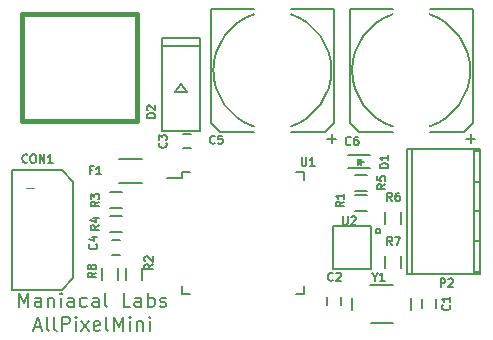
<source format=gbr>
G04 #@! TF.FileFunction,Legend,Top*
%FSLAX46Y46*%
G04 Gerber Fmt 4.6, Leading zero omitted, Abs format (unit mm)*
G04 Created by KiCad (PCBNEW 4.0.4-stable) date 03/14/17 06:36:14*
%MOMM*%
%LPD*%
G01*
G04 APERTURE LIST*
%ADD10C,0.100000*%
%ADD11C,0.200000*%
%ADD12C,0.150000*%
%ADD13C,0.127000*%
%ADD14C,0.007620*%
%ADD15C,0.381000*%
%ADD16C,0.152400*%
G04 APERTURE END LIST*
D10*
D11*
X24800000Y-48042857D02*
X24800000Y-46842857D01*
X25200000Y-47700000D01*
X25600000Y-46842857D01*
X25600000Y-48042857D01*
X26685715Y-48042857D02*
X26685715Y-47414286D01*
X26628572Y-47300000D01*
X26514286Y-47242857D01*
X26285715Y-47242857D01*
X26171429Y-47300000D01*
X26685715Y-47985714D02*
X26571429Y-48042857D01*
X26285715Y-48042857D01*
X26171429Y-47985714D01*
X26114286Y-47871429D01*
X26114286Y-47757143D01*
X26171429Y-47642857D01*
X26285715Y-47585714D01*
X26571429Y-47585714D01*
X26685715Y-47528571D01*
X27257143Y-47242857D02*
X27257143Y-48042857D01*
X27257143Y-47357143D02*
X27314286Y-47300000D01*
X27428572Y-47242857D01*
X27600000Y-47242857D01*
X27714286Y-47300000D01*
X27771429Y-47414286D01*
X27771429Y-48042857D01*
X28342857Y-48042857D02*
X28342857Y-47242857D01*
X28342857Y-46842857D02*
X28285714Y-46900000D01*
X28342857Y-46957143D01*
X28400000Y-46900000D01*
X28342857Y-46842857D01*
X28342857Y-46957143D01*
X29428572Y-48042857D02*
X29428572Y-47414286D01*
X29371429Y-47300000D01*
X29257143Y-47242857D01*
X29028572Y-47242857D01*
X28914286Y-47300000D01*
X29428572Y-47985714D02*
X29314286Y-48042857D01*
X29028572Y-48042857D01*
X28914286Y-47985714D01*
X28857143Y-47871429D01*
X28857143Y-47757143D01*
X28914286Y-47642857D01*
X29028572Y-47585714D01*
X29314286Y-47585714D01*
X29428572Y-47528571D01*
X30514286Y-47985714D02*
X30400000Y-48042857D01*
X30171429Y-48042857D01*
X30057143Y-47985714D01*
X30000000Y-47928571D01*
X29942857Y-47814286D01*
X29942857Y-47471429D01*
X30000000Y-47357143D01*
X30057143Y-47300000D01*
X30171429Y-47242857D01*
X30400000Y-47242857D01*
X30514286Y-47300000D01*
X31542857Y-48042857D02*
X31542857Y-47414286D01*
X31485714Y-47300000D01*
X31371428Y-47242857D01*
X31142857Y-47242857D01*
X31028571Y-47300000D01*
X31542857Y-47985714D02*
X31428571Y-48042857D01*
X31142857Y-48042857D01*
X31028571Y-47985714D01*
X30971428Y-47871429D01*
X30971428Y-47757143D01*
X31028571Y-47642857D01*
X31142857Y-47585714D01*
X31428571Y-47585714D01*
X31542857Y-47528571D01*
X32285714Y-48042857D02*
X32171428Y-47985714D01*
X32114285Y-47871429D01*
X32114285Y-46842857D01*
X34228571Y-48042857D02*
X33657142Y-48042857D01*
X33657142Y-46842857D01*
X35142857Y-48042857D02*
X35142857Y-47414286D01*
X35085714Y-47300000D01*
X34971428Y-47242857D01*
X34742857Y-47242857D01*
X34628571Y-47300000D01*
X35142857Y-47985714D02*
X35028571Y-48042857D01*
X34742857Y-48042857D01*
X34628571Y-47985714D01*
X34571428Y-47871429D01*
X34571428Y-47757143D01*
X34628571Y-47642857D01*
X34742857Y-47585714D01*
X35028571Y-47585714D01*
X35142857Y-47528571D01*
X35714285Y-48042857D02*
X35714285Y-46842857D01*
X35714285Y-47300000D02*
X35828571Y-47242857D01*
X36057142Y-47242857D01*
X36171428Y-47300000D01*
X36228571Y-47357143D01*
X36285714Y-47471429D01*
X36285714Y-47814286D01*
X36228571Y-47928571D01*
X36171428Y-47985714D01*
X36057142Y-48042857D01*
X35828571Y-48042857D01*
X35714285Y-47985714D01*
X36742856Y-47985714D02*
X36857142Y-48042857D01*
X37085714Y-48042857D01*
X37199999Y-47985714D01*
X37257142Y-47871429D01*
X37257142Y-47814286D01*
X37199999Y-47700000D01*
X37085714Y-47642857D01*
X36914285Y-47642857D01*
X36799999Y-47585714D01*
X36742856Y-47471429D01*
X36742856Y-47414286D01*
X36799999Y-47300000D01*
X36914285Y-47242857D01*
X37085714Y-47242857D01*
X37199999Y-47300000D01*
X26085714Y-49700000D02*
X26657143Y-49700000D01*
X25971429Y-50042857D02*
X26371429Y-48842857D01*
X26771429Y-50042857D01*
X27342857Y-50042857D02*
X27228571Y-49985714D01*
X27171428Y-49871429D01*
X27171428Y-48842857D01*
X27971428Y-50042857D02*
X27857142Y-49985714D01*
X27799999Y-49871429D01*
X27799999Y-48842857D01*
X28428570Y-50042857D02*
X28428570Y-48842857D01*
X28885713Y-48842857D01*
X28999999Y-48900000D01*
X29057142Y-48957143D01*
X29114285Y-49071429D01*
X29114285Y-49242857D01*
X29057142Y-49357143D01*
X28999999Y-49414286D01*
X28885713Y-49471429D01*
X28428570Y-49471429D01*
X29628570Y-50042857D02*
X29628570Y-49242857D01*
X29628570Y-48842857D02*
X29571427Y-48900000D01*
X29628570Y-48957143D01*
X29685713Y-48900000D01*
X29628570Y-48842857D01*
X29628570Y-48957143D01*
X30085714Y-50042857D02*
X30714285Y-49242857D01*
X30085714Y-49242857D02*
X30714285Y-50042857D01*
X31628571Y-49985714D02*
X31514285Y-50042857D01*
X31285714Y-50042857D01*
X31171428Y-49985714D01*
X31114285Y-49871429D01*
X31114285Y-49414286D01*
X31171428Y-49300000D01*
X31285714Y-49242857D01*
X31514285Y-49242857D01*
X31628571Y-49300000D01*
X31685714Y-49414286D01*
X31685714Y-49528571D01*
X31114285Y-49642857D01*
X32371428Y-50042857D02*
X32257142Y-49985714D01*
X32199999Y-49871429D01*
X32199999Y-48842857D01*
X32828570Y-50042857D02*
X32828570Y-48842857D01*
X33228570Y-49700000D01*
X33628570Y-48842857D01*
X33628570Y-50042857D01*
X34199999Y-50042857D02*
X34199999Y-49242857D01*
X34199999Y-48842857D02*
X34142856Y-48900000D01*
X34199999Y-48957143D01*
X34257142Y-48900000D01*
X34199999Y-48842857D01*
X34199999Y-48957143D01*
X34771428Y-49242857D02*
X34771428Y-50042857D01*
X34771428Y-49357143D02*
X34828571Y-49300000D01*
X34942857Y-49242857D01*
X35114285Y-49242857D01*
X35228571Y-49300000D01*
X35285714Y-49414286D01*
X35285714Y-50042857D01*
X35857142Y-50042857D02*
X35857142Y-49242857D01*
X35857142Y-48842857D02*
X35799999Y-48900000D01*
X35857142Y-48957143D01*
X35914285Y-48900000D01*
X35857142Y-48842857D01*
X35857142Y-48957143D01*
D12*
X56500000Y-46150000D02*
X54500000Y-46150000D01*
X53000000Y-48250000D02*
X53000000Y-47250000D01*
X58000000Y-48250000D02*
X58000000Y-47250000D01*
X56500000Y-49350000D02*
X54600000Y-49350000D01*
X38650000Y-33400000D02*
X39350000Y-33400000D01*
X39350000Y-34600000D02*
X38650000Y-34600000D01*
X50900000Y-47850000D02*
X50900000Y-47150000D01*
X52100000Y-47150000D02*
X52100000Y-47850000D01*
X53555000Y-33207000D02*
X56437900Y-33207000D01*
X62445000Y-33207000D02*
X59562100Y-33207000D01*
X63207000Y-22793000D02*
X59562100Y-22793000D01*
X52793000Y-22793000D02*
X56437900Y-22793000D01*
X59562100Y-32749800D02*
G75*
G03X59562100Y-23250200I-1562100J4749800D01*
G01*
X56437900Y-23250200D02*
G75*
G03X56437900Y-32749800I1562100J-4749800D01*
G01*
X63207000Y-22793000D02*
X63207000Y-32445000D01*
X63207000Y-32445000D02*
X62445000Y-33207000D01*
X53555000Y-33207000D02*
X52793000Y-32445000D01*
X52793000Y-32445000D02*
X52793000Y-22793000D01*
X58900000Y-48100000D02*
X58900000Y-47400000D01*
X60100000Y-47400000D02*
X60100000Y-48100000D01*
X33350000Y-43600000D02*
X32650000Y-43600000D01*
X32650000Y-42400000D02*
X33350000Y-42400000D01*
X41805000Y-33207000D02*
X44687900Y-33207000D01*
X50695000Y-33207000D02*
X47812100Y-33207000D01*
X51457000Y-22793000D02*
X47812100Y-22793000D01*
X41043000Y-22793000D02*
X44687900Y-22793000D01*
X47812100Y-32749800D02*
G75*
G03X47812100Y-23250200I-1562100J4749800D01*
G01*
X44687900Y-23250200D02*
G75*
G03X44687900Y-32749800I1562100J-4749800D01*
G01*
X51457000Y-22793000D02*
X51457000Y-32445000D01*
X51457000Y-32445000D02*
X50695000Y-33207000D01*
X41805000Y-33207000D02*
X41043000Y-32445000D01*
X41043000Y-32445000D02*
X41043000Y-22793000D01*
D13*
X24245040Y-36420000D02*
X24245040Y-46580000D01*
X24245040Y-36420000D02*
X28397940Y-36420000D01*
X28397940Y-36420000D02*
X29398700Y-37420760D01*
X29398700Y-37420760D02*
X29398700Y-45579240D01*
X29398700Y-45579240D02*
X28397940Y-46580000D01*
X28397940Y-46580000D02*
X24245040Y-46580000D01*
D14*
X26050980Y-37951620D02*
X25352480Y-37951620D01*
D15*
X25049500Y-23249120D02*
X25049500Y-32250880D01*
X25049380Y-32250880D02*
X34750240Y-32250880D01*
X34750240Y-32250880D02*
X34750240Y-23249120D01*
X34750240Y-23249120D02*
X25049380Y-23249120D01*
D12*
X52650000Y-36300000D02*
X54550000Y-36300000D01*
X52650000Y-35200000D02*
X54550000Y-35200000D01*
X53550000Y-35750000D02*
X54000000Y-35750000D01*
X53500000Y-35500000D02*
X53500000Y-36000000D01*
X53500000Y-35750000D02*
X53750000Y-35500000D01*
X53750000Y-35500000D02*
X53750000Y-36000000D01*
X53750000Y-36000000D02*
X53500000Y-35750000D01*
X57651200Y-34639020D02*
X57651200Y-45240980D01*
X58049980Y-45240980D02*
X58049980Y-34639020D01*
X63350960Y-45240980D02*
X63350960Y-34639020D01*
X63848800Y-34639020D02*
X63848800Y-45240980D01*
X63350960Y-37443180D02*
X63848800Y-37443180D01*
X63350960Y-39940000D02*
X63848800Y-39940000D01*
X63848800Y-45037780D02*
X63350960Y-45037780D01*
X63350960Y-34839680D02*
X63848800Y-34839680D01*
X63848800Y-42436820D02*
X63350960Y-42436820D01*
X63848800Y-34641560D02*
X57651200Y-34641560D01*
X57651200Y-45235900D02*
X63848800Y-45235900D01*
X33250000Y-37525000D02*
X35250000Y-37525000D01*
X35250000Y-35475000D02*
X33250000Y-35475000D01*
D13*
X54597660Y-41201680D02*
X51402340Y-41201680D01*
X51402340Y-41201680D02*
X51402340Y-44798320D01*
X51402340Y-44798320D02*
X54597660Y-44798320D01*
X54597660Y-44798320D02*
X54597660Y-41201680D01*
X55199640Y-41402340D02*
X55250440Y-41407420D01*
X55250440Y-41407420D02*
X55298700Y-41427740D01*
X55298700Y-41427740D02*
X55339340Y-41460760D01*
X55339340Y-41460760D02*
X55372360Y-41501400D01*
X55372360Y-41501400D02*
X55392680Y-41549660D01*
X55392680Y-41549660D02*
X55397760Y-41600460D01*
X55397760Y-41600460D02*
X55392680Y-41653800D01*
X55392680Y-41653800D02*
X55372360Y-41702060D01*
X55372360Y-41702060D02*
X55339340Y-41742700D01*
X55339340Y-41742700D02*
X55298700Y-41775720D01*
X55298700Y-41775720D02*
X55250440Y-41793500D01*
X55250440Y-41793500D02*
X55199640Y-41801120D01*
X55199640Y-41801120D02*
X55146300Y-41793500D01*
X55146300Y-41793500D02*
X55098040Y-41775720D01*
X55098040Y-41775720D02*
X55057400Y-41742700D01*
X55057400Y-41742700D02*
X55024380Y-41702060D01*
X55024380Y-41702060D02*
X55006600Y-41653800D01*
X55006600Y-41653800D02*
X54998980Y-41600460D01*
X54998980Y-41600460D02*
X55006600Y-41549660D01*
X55006600Y-41549660D02*
X55024380Y-41501400D01*
X55024380Y-41501400D02*
X55057400Y-41460760D01*
X55057400Y-41460760D02*
X55098040Y-41427740D01*
X55098040Y-41427740D02*
X55146300Y-41407420D01*
X55146300Y-41407420D02*
X55199640Y-41402340D01*
X40097660Y-25900820D02*
X40097660Y-33099180D01*
X40097660Y-33099180D02*
X36902340Y-33099180D01*
X36902340Y-33099180D02*
X36902340Y-25900820D01*
X36902340Y-25900820D02*
X40097660Y-25900820D01*
X38500000Y-29152020D02*
X38997840Y-29847980D01*
X38997840Y-29847980D02*
X38002160Y-29847980D01*
X38002160Y-29847980D02*
X38500000Y-29152020D01*
X40097660Y-25301380D02*
X40097660Y-25900820D01*
X40097660Y-25900820D02*
X36902340Y-25900820D01*
X36902340Y-25900820D02*
X36902340Y-25301380D01*
X36902340Y-25301380D02*
X40097660Y-25301380D01*
D12*
X38575000Y-36575000D02*
X38575000Y-37150000D01*
X48925000Y-36575000D02*
X48925000Y-37250000D01*
X48925000Y-46925000D02*
X48925000Y-46250000D01*
X38575000Y-46925000D02*
X38575000Y-46250000D01*
X38575000Y-36575000D02*
X39250000Y-36575000D01*
X38575000Y-46925000D02*
X39250000Y-46925000D01*
X48925000Y-46925000D02*
X48250000Y-46925000D01*
X48925000Y-36575000D02*
X48250000Y-36575000D01*
X38575000Y-37150000D02*
X37300000Y-37150000D01*
X53250000Y-38575000D02*
X54250000Y-38575000D01*
X54250000Y-39925000D02*
X53250000Y-39925000D01*
X35175000Y-44750000D02*
X35175000Y-45750000D01*
X33825000Y-45750000D02*
X33825000Y-44750000D01*
X33500000Y-39675000D02*
X32500000Y-39675000D01*
X32500000Y-38325000D02*
X33500000Y-38325000D01*
X33500000Y-41675000D02*
X32500000Y-41675000D01*
X32500000Y-40325000D02*
X33500000Y-40325000D01*
X53250000Y-36825000D02*
X54250000Y-36825000D01*
X54250000Y-38175000D02*
X53250000Y-38175000D01*
X55825000Y-41000000D02*
X55825000Y-40000000D01*
X57175000Y-40000000D02*
X57175000Y-41000000D01*
X55825000Y-44750000D02*
X55825000Y-43750000D01*
X57175000Y-43750000D02*
X57175000Y-44750000D01*
X31825000Y-45750000D02*
X31825000Y-44750000D01*
X33175000Y-44750000D02*
X33175000Y-45750000D01*
X54916667Y-45483333D02*
X54916667Y-45816667D01*
X54683334Y-45116667D02*
X54916667Y-45483333D01*
X55150000Y-45116667D01*
X55750000Y-45816667D02*
X55350000Y-45816667D01*
X55550000Y-45816667D02*
X55550000Y-45116667D01*
X55483334Y-45216667D01*
X55416667Y-45283333D01*
X55350000Y-45316667D01*
X37250000Y-34116666D02*
X37283333Y-34150000D01*
X37316667Y-34250000D01*
X37316667Y-34316666D01*
X37283333Y-34416666D01*
X37216667Y-34483333D01*
X37150000Y-34516666D01*
X37016667Y-34550000D01*
X36916667Y-34550000D01*
X36783333Y-34516666D01*
X36716667Y-34483333D01*
X36650000Y-34416666D01*
X36616667Y-34316666D01*
X36616667Y-34250000D01*
X36650000Y-34150000D01*
X36683333Y-34116666D01*
X36616667Y-33883333D02*
X36616667Y-33450000D01*
X36883333Y-33683333D01*
X36883333Y-33583333D01*
X36916667Y-33516666D01*
X36950000Y-33483333D01*
X37016667Y-33450000D01*
X37183333Y-33450000D01*
X37250000Y-33483333D01*
X37283333Y-33516666D01*
X37316667Y-33583333D01*
X37316667Y-33783333D01*
X37283333Y-33850000D01*
X37250000Y-33883333D01*
X51383334Y-45750000D02*
X51350000Y-45783333D01*
X51250000Y-45816667D01*
X51183334Y-45816667D01*
X51083334Y-45783333D01*
X51016667Y-45716667D01*
X50983334Y-45650000D01*
X50950000Y-45516667D01*
X50950000Y-45416667D01*
X50983334Y-45283333D01*
X51016667Y-45216667D01*
X51083334Y-45150000D01*
X51183334Y-45116667D01*
X51250000Y-45116667D01*
X51350000Y-45150000D01*
X51383334Y-45183333D01*
X51650000Y-45183333D02*
X51683334Y-45150000D01*
X51750000Y-45116667D01*
X51916667Y-45116667D01*
X51983334Y-45150000D01*
X52016667Y-45183333D01*
X52050000Y-45250000D01*
X52050000Y-45316667D01*
X52016667Y-45416667D01*
X51616667Y-45816667D01*
X52050000Y-45816667D01*
X52883334Y-34250000D02*
X52850000Y-34283333D01*
X52750000Y-34316667D01*
X52683334Y-34316667D01*
X52583334Y-34283333D01*
X52516667Y-34216667D01*
X52483334Y-34150000D01*
X52450000Y-34016667D01*
X52450000Y-33916667D01*
X52483334Y-33783333D01*
X52516667Y-33716667D01*
X52583334Y-33650000D01*
X52683334Y-33616667D01*
X52750000Y-33616667D01*
X52850000Y-33650000D01*
X52883334Y-33683333D01*
X53483334Y-33616667D02*
X53350000Y-33616667D01*
X53283334Y-33650000D01*
X53250000Y-33683333D01*
X53183334Y-33783333D01*
X53150000Y-33916667D01*
X53150000Y-34183333D01*
X53183334Y-34250000D01*
X53216667Y-34283333D01*
X53283334Y-34316667D01*
X53416667Y-34316667D01*
X53483334Y-34283333D01*
X53516667Y-34250000D01*
X53550000Y-34183333D01*
X53550000Y-34016667D01*
X53516667Y-33950000D01*
X53483334Y-33916667D01*
X53416667Y-33883333D01*
X53283334Y-33883333D01*
X53216667Y-33916667D01*
X53183334Y-33950000D01*
X53150000Y-34016667D01*
X63037129Y-34159452D02*
X63037129Y-33397547D01*
X63418081Y-33778499D02*
X62656176Y-33778499D01*
X61250000Y-47866666D02*
X61283333Y-47900000D01*
X61316667Y-48000000D01*
X61316667Y-48066666D01*
X61283333Y-48166666D01*
X61216667Y-48233333D01*
X61150000Y-48266666D01*
X61016667Y-48300000D01*
X60916667Y-48300000D01*
X60783333Y-48266666D01*
X60716667Y-48233333D01*
X60650000Y-48166666D01*
X60616667Y-48066666D01*
X60616667Y-48000000D01*
X60650000Y-47900000D01*
X60683333Y-47866666D01*
X61316667Y-47200000D02*
X61316667Y-47600000D01*
X61316667Y-47400000D02*
X60616667Y-47400000D01*
X60716667Y-47466666D01*
X60783333Y-47533333D01*
X60816667Y-47600000D01*
X31350000Y-42716666D02*
X31383333Y-42750000D01*
X31416667Y-42850000D01*
X31416667Y-42916666D01*
X31383333Y-43016666D01*
X31316667Y-43083333D01*
X31250000Y-43116666D01*
X31116667Y-43150000D01*
X31016667Y-43150000D01*
X30883333Y-43116666D01*
X30816667Y-43083333D01*
X30750000Y-43016666D01*
X30716667Y-42916666D01*
X30716667Y-42850000D01*
X30750000Y-42750000D01*
X30783333Y-42716666D01*
X30950000Y-42116666D02*
X31416667Y-42116666D01*
X30683333Y-42283333D02*
X31183333Y-42450000D01*
X31183333Y-42016666D01*
X41383334Y-34150000D02*
X41350000Y-34183333D01*
X41250000Y-34216667D01*
X41183334Y-34216667D01*
X41083334Y-34183333D01*
X41016667Y-34116667D01*
X40983334Y-34050000D01*
X40950000Y-33916667D01*
X40950000Y-33816667D01*
X40983334Y-33683333D01*
X41016667Y-33616667D01*
X41083334Y-33550000D01*
X41183334Y-33516667D01*
X41250000Y-33516667D01*
X41350000Y-33550000D01*
X41383334Y-33583333D01*
X42016667Y-33516667D02*
X41683334Y-33516667D01*
X41650000Y-33850000D01*
X41683334Y-33816667D01*
X41750000Y-33783333D01*
X41916667Y-33783333D01*
X41983334Y-33816667D01*
X42016667Y-33850000D01*
X42050000Y-33916667D01*
X42050000Y-34083333D01*
X42016667Y-34150000D01*
X41983334Y-34183333D01*
X41916667Y-34216667D01*
X41750000Y-34216667D01*
X41683334Y-34183333D01*
X41650000Y-34150000D01*
X51287129Y-34159452D02*
X51287129Y-33397547D01*
X51668081Y-33778499D02*
X50906176Y-33778499D01*
D16*
X25500001Y-35750000D02*
X25466667Y-35783333D01*
X25366667Y-35816667D01*
X25300001Y-35816667D01*
X25200001Y-35783333D01*
X25133334Y-35716667D01*
X25100001Y-35650000D01*
X25066667Y-35516667D01*
X25066667Y-35416667D01*
X25100001Y-35283333D01*
X25133334Y-35216667D01*
X25200001Y-35150000D01*
X25300001Y-35116667D01*
X25366667Y-35116667D01*
X25466667Y-35150000D01*
X25500001Y-35183333D01*
X25933334Y-35116667D02*
X26066667Y-35116667D01*
X26133334Y-35150000D01*
X26200001Y-35216667D01*
X26233334Y-35350000D01*
X26233334Y-35583333D01*
X26200001Y-35716667D01*
X26133334Y-35783333D01*
X26066667Y-35816667D01*
X25933334Y-35816667D01*
X25866667Y-35783333D01*
X25800001Y-35716667D01*
X25766667Y-35583333D01*
X25766667Y-35350000D01*
X25800001Y-35216667D01*
X25866667Y-35150000D01*
X25933334Y-35116667D01*
X26533334Y-35816667D02*
X26533334Y-35116667D01*
X26933334Y-35816667D01*
X26933334Y-35116667D01*
X27633333Y-35816667D02*
X27233333Y-35816667D01*
X27433333Y-35816667D02*
X27433333Y-35116667D01*
X27366667Y-35216667D01*
X27300000Y-35283333D01*
X27233333Y-35316667D01*
D12*
X56066667Y-36266666D02*
X55366667Y-36266666D01*
X55366667Y-36100000D01*
X55400000Y-36000000D01*
X55466667Y-35933333D01*
X55533333Y-35900000D01*
X55666667Y-35866666D01*
X55766667Y-35866666D01*
X55900000Y-35900000D01*
X55966667Y-35933333D01*
X56033333Y-36000000D01*
X56066667Y-36100000D01*
X56066667Y-36266666D01*
X56066667Y-35200000D02*
X56066667Y-35600000D01*
X56066667Y-35400000D02*
X55366667Y-35400000D01*
X55466667Y-35466666D01*
X55533333Y-35533333D01*
X55566667Y-35600000D01*
X60483334Y-46316667D02*
X60483334Y-45616667D01*
X60750000Y-45616667D01*
X60816667Y-45650000D01*
X60850000Y-45683333D01*
X60883334Y-45750000D01*
X60883334Y-45850000D01*
X60850000Y-45916667D01*
X60816667Y-45950000D01*
X60750000Y-45983333D01*
X60483334Y-45983333D01*
X61150000Y-45683333D02*
X61183334Y-45650000D01*
X61250000Y-45616667D01*
X61416667Y-45616667D01*
X61483334Y-45650000D01*
X61516667Y-45683333D01*
X61550000Y-45750000D01*
X61550000Y-45816667D01*
X61516667Y-45916667D01*
X61116667Y-46316667D01*
X61550000Y-46316667D01*
X31016667Y-36450000D02*
X30783334Y-36450000D01*
X30783334Y-36816667D02*
X30783334Y-36116667D01*
X31116667Y-36116667D01*
X31750000Y-36816667D02*
X31350000Y-36816667D01*
X31550000Y-36816667D02*
X31550000Y-36116667D01*
X31483334Y-36216667D01*
X31416667Y-36283333D01*
X31350000Y-36316667D01*
D16*
X52216667Y-40366667D02*
X52216667Y-40933333D01*
X52250000Y-41000000D01*
X52283333Y-41033333D01*
X52350000Y-41066667D01*
X52483333Y-41066667D01*
X52550000Y-41033333D01*
X52583333Y-41000000D01*
X52616667Y-40933333D01*
X52616667Y-40366667D01*
X52916666Y-40433333D02*
X52950000Y-40400000D01*
X53016666Y-40366667D01*
X53183333Y-40366667D01*
X53250000Y-40400000D01*
X53283333Y-40433333D01*
X53316666Y-40500000D01*
X53316666Y-40566667D01*
X53283333Y-40666667D01*
X52883333Y-41066667D01*
X53316666Y-41066667D01*
X36316667Y-32016666D02*
X35616667Y-32016666D01*
X35616667Y-31850000D01*
X35650000Y-31750000D01*
X35716667Y-31683333D01*
X35783333Y-31650000D01*
X35916667Y-31616666D01*
X36016667Y-31616666D01*
X36150000Y-31650000D01*
X36216667Y-31683333D01*
X36283333Y-31750000D01*
X36316667Y-31850000D01*
X36316667Y-32016666D01*
X35683333Y-31350000D02*
X35650000Y-31316666D01*
X35616667Y-31250000D01*
X35616667Y-31083333D01*
X35650000Y-31016666D01*
X35683333Y-30983333D01*
X35750000Y-30950000D01*
X35816667Y-30950000D01*
X35916667Y-30983333D01*
X36316667Y-31383333D01*
X36316667Y-30950000D01*
D12*
X48716667Y-35366667D02*
X48716667Y-35933333D01*
X48750000Y-36000000D01*
X48783333Y-36033333D01*
X48850000Y-36066667D01*
X48983333Y-36066667D01*
X49050000Y-36033333D01*
X49083333Y-36000000D01*
X49116667Y-35933333D01*
X49116667Y-35366667D01*
X49816666Y-36066667D02*
X49416666Y-36066667D01*
X49616666Y-36066667D02*
X49616666Y-35366667D01*
X49550000Y-35466667D01*
X49483333Y-35533333D01*
X49416666Y-35566667D01*
X52316667Y-39116666D02*
X51983333Y-39350000D01*
X52316667Y-39516666D02*
X51616667Y-39516666D01*
X51616667Y-39250000D01*
X51650000Y-39183333D01*
X51683333Y-39150000D01*
X51750000Y-39116666D01*
X51850000Y-39116666D01*
X51916667Y-39150000D01*
X51950000Y-39183333D01*
X51983333Y-39250000D01*
X51983333Y-39516666D01*
X52316667Y-38450000D02*
X52316667Y-38850000D01*
X52316667Y-38650000D02*
X51616667Y-38650000D01*
X51716667Y-38716666D01*
X51783333Y-38783333D01*
X51816667Y-38850000D01*
X36116667Y-44416666D02*
X35783333Y-44650000D01*
X36116667Y-44816666D02*
X35416667Y-44816666D01*
X35416667Y-44550000D01*
X35450000Y-44483333D01*
X35483333Y-44450000D01*
X35550000Y-44416666D01*
X35650000Y-44416666D01*
X35716667Y-44450000D01*
X35750000Y-44483333D01*
X35783333Y-44550000D01*
X35783333Y-44816666D01*
X35483333Y-44150000D02*
X35450000Y-44116666D01*
X35416667Y-44050000D01*
X35416667Y-43883333D01*
X35450000Y-43816666D01*
X35483333Y-43783333D01*
X35550000Y-43750000D01*
X35616667Y-43750000D01*
X35716667Y-43783333D01*
X36116667Y-44183333D01*
X36116667Y-43750000D01*
X31566667Y-39116666D02*
X31233333Y-39350000D01*
X31566667Y-39516666D02*
X30866667Y-39516666D01*
X30866667Y-39250000D01*
X30900000Y-39183333D01*
X30933333Y-39150000D01*
X31000000Y-39116666D01*
X31100000Y-39116666D01*
X31166667Y-39150000D01*
X31200000Y-39183333D01*
X31233333Y-39250000D01*
X31233333Y-39516666D01*
X30866667Y-38883333D02*
X30866667Y-38450000D01*
X31133333Y-38683333D01*
X31133333Y-38583333D01*
X31166667Y-38516666D01*
X31200000Y-38483333D01*
X31266667Y-38450000D01*
X31433333Y-38450000D01*
X31500000Y-38483333D01*
X31533333Y-38516666D01*
X31566667Y-38583333D01*
X31566667Y-38783333D01*
X31533333Y-38850000D01*
X31500000Y-38883333D01*
X31566667Y-41116666D02*
X31233333Y-41350000D01*
X31566667Y-41516666D02*
X30866667Y-41516666D01*
X30866667Y-41250000D01*
X30900000Y-41183333D01*
X30933333Y-41150000D01*
X31000000Y-41116666D01*
X31100000Y-41116666D01*
X31166667Y-41150000D01*
X31200000Y-41183333D01*
X31233333Y-41250000D01*
X31233333Y-41516666D01*
X31100000Y-40516666D02*
X31566667Y-40516666D01*
X30833333Y-40683333D02*
X31333333Y-40850000D01*
X31333333Y-40416666D01*
X55816667Y-37616666D02*
X55483333Y-37850000D01*
X55816667Y-38016666D02*
X55116667Y-38016666D01*
X55116667Y-37750000D01*
X55150000Y-37683333D01*
X55183333Y-37650000D01*
X55250000Y-37616666D01*
X55350000Y-37616666D01*
X55416667Y-37650000D01*
X55450000Y-37683333D01*
X55483333Y-37750000D01*
X55483333Y-38016666D01*
X55116667Y-36983333D02*
X55116667Y-37316666D01*
X55450000Y-37350000D01*
X55416667Y-37316666D01*
X55383333Y-37250000D01*
X55383333Y-37083333D01*
X55416667Y-37016666D01*
X55450000Y-36983333D01*
X55516667Y-36950000D01*
X55683333Y-36950000D01*
X55750000Y-36983333D01*
X55783333Y-37016666D01*
X55816667Y-37083333D01*
X55816667Y-37250000D01*
X55783333Y-37316666D01*
X55750000Y-37350000D01*
X56383334Y-39066667D02*
X56150000Y-38733333D01*
X55983334Y-39066667D02*
X55983334Y-38366667D01*
X56250000Y-38366667D01*
X56316667Y-38400000D01*
X56350000Y-38433333D01*
X56383334Y-38500000D01*
X56383334Y-38600000D01*
X56350000Y-38666667D01*
X56316667Y-38700000D01*
X56250000Y-38733333D01*
X55983334Y-38733333D01*
X56983334Y-38366667D02*
X56850000Y-38366667D01*
X56783334Y-38400000D01*
X56750000Y-38433333D01*
X56683334Y-38533333D01*
X56650000Y-38666667D01*
X56650000Y-38933333D01*
X56683334Y-39000000D01*
X56716667Y-39033333D01*
X56783334Y-39066667D01*
X56916667Y-39066667D01*
X56983334Y-39033333D01*
X57016667Y-39000000D01*
X57050000Y-38933333D01*
X57050000Y-38766667D01*
X57016667Y-38700000D01*
X56983334Y-38666667D01*
X56916667Y-38633333D01*
X56783334Y-38633333D01*
X56716667Y-38666667D01*
X56683334Y-38700000D01*
X56650000Y-38766667D01*
X56383334Y-42816667D02*
X56150000Y-42483333D01*
X55983334Y-42816667D02*
X55983334Y-42116667D01*
X56250000Y-42116667D01*
X56316667Y-42150000D01*
X56350000Y-42183333D01*
X56383334Y-42250000D01*
X56383334Y-42350000D01*
X56350000Y-42416667D01*
X56316667Y-42450000D01*
X56250000Y-42483333D01*
X55983334Y-42483333D01*
X56616667Y-42116667D02*
X57083334Y-42116667D01*
X56783334Y-42816667D01*
X31316667Y-45116666D02*
X30983333Y-45350000D01*
X31316667Y-45516666D02*
X30616667Y-45516666D01*
X30616667Y-45250000D01*
X30650000Y-45183333D01*
X30683333Y-45150000D01*
X30750000Y-45116666D01*
X30850000Y-45116666D01*
X30916667Y-45150000D01*
X30950000Y-45183333D01*
X30983333Y-45250000D01*
X30983333Y-45516666D01*
X30916667Y-44716666D02*
X30883333Y-44783333D01*
X30850000Y-44816666D01*
X30783333Y-44850000D01*
X30750000Y-44850000D01*
X30683333Y-44816666D01*
X30650000Y-44783333D01*
X30616667Y-44716666D01*
X30616667Y-44583333D01*
X30650000Y-44516666D01*
X30683333Y-44483333D01*
X30750000Y-44450000D01*
X30783333Y-44450000D01*
X30850000Y-44483333D01*
X30883333Y-44516666D01*
X30916667Y-44583333D01*
X30916667Y-44716666D01*
X30950000Y-44783333D01*
X30983333Y-44816666D01*
X31050000Y-44850000D01*
X31183333Y-44850000D01*
X31250000Y-44816666D01*
X31283333Y-44783333D01*
X31316667Y-44716666D01*
X31316667Y-44583333D01*
X31283333Y-44516666D01*
X31250000Y-44483333D01*
X31183333Y-44450000D01*
X31050000Y-44450000D01*
X30983333Y-44483333D01*
X30950000Y-44516666D01*
X30916667Y-44583333D01*
M02*

</source>
